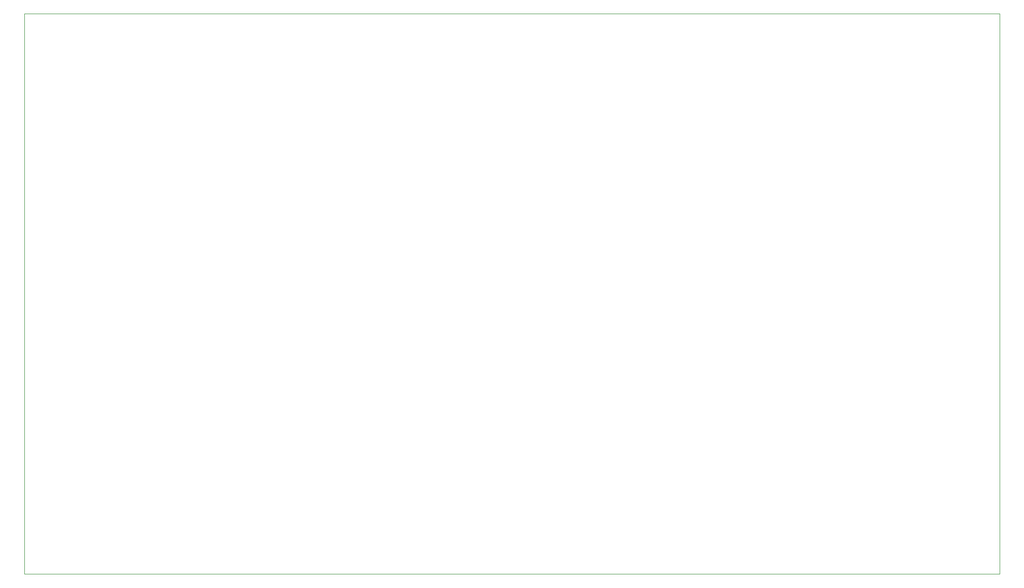
<source format=gko>
G75*
%MOIN*%
%OFA0B0*%
%FSLAX25Y25*%
%IPPOS*%
%LPD*%
%AMOC8*
5,1,8,0,0,1.08239X$1,22.5*
%
%ADD10C,0.00000*%
D10*
X0046800Y0051335D02*
X0046800Y0435036D01*
X0714221Y0435036D01*
X0714221Y0051335D01*
X0046800Y0051335D01*
M02*

</source>
